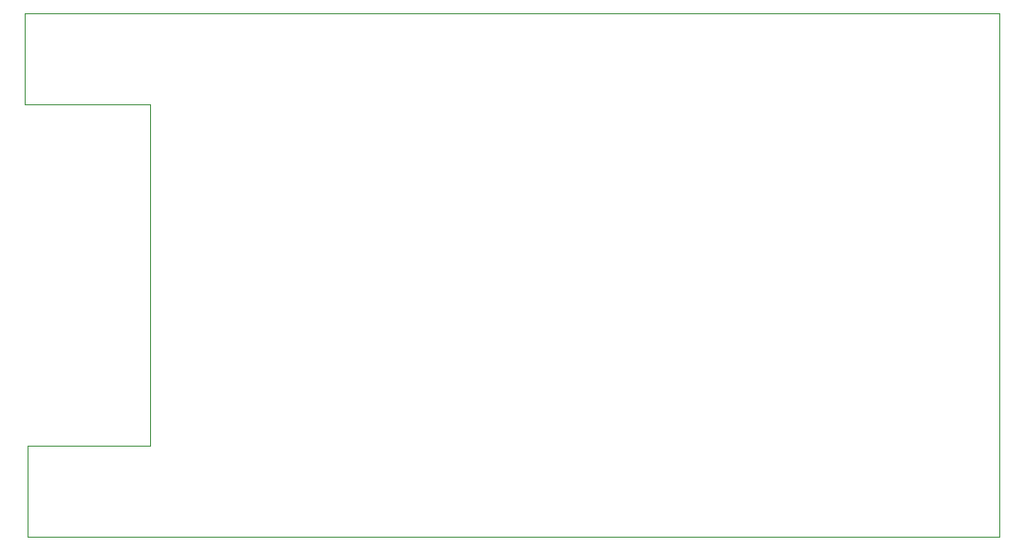
<source format=gbr>
%TF.GenerationSoftware,KiCad,Pcbnew,(5.1.4)-1*%
%TF.CreationDate,2020-11-25T14:42:45+00:00*%
%TF.ProjectId,WLED Module,574c4544-204d-46f6-9475-6c652e6b6963,rev?*%
%TF.SameCoordinates,Original*%
%TF.FileFunction,Legend,Bot*%
%TF.FilePolarity,Positive*%
%FSLAX46Y46*%
G04 Gerber Fmt 4.6, Leading zero omitted, Abs format (unit mm)*
G04 Created by KiCad (PCBNEW (5.1.4)-1) date 2020-11-25 14:42:45*
%MOMM*%
%LPD*%
G04 APERTURE LIST*
%ADD10C,0.050000*%
G04 APERTURE END LIST*
D10*
X254254000Y-130048000D02*
X259334000Y-130048000D01*
X172466000Y-83312000D02*
X259334000Y-83312000D01*
X259334000Y-83312000D02*
X259334000Y-130048000D01*
X183642000Y-91440000D02*
X182880000Y-91440000D01*
X183642000Y-121920000D02*
X183642000Y-91440000D01*
X182880000Y-121920000D02*
X183642000Y-121920000D01*
X254254000Y-130048000D02*
X172720000Y-130048000D01*
X172466000Y-91440000D02*
X172466000Y-83312000D01*
X182880000Y-91440000D02*
X172466000Y-91440000D01*
X172720000Y-121920000D02*
X182880000Y-121920000D01*
X172720000Y-130048000D02*
X172720000Y-121920000D01*
M02*

</source>
